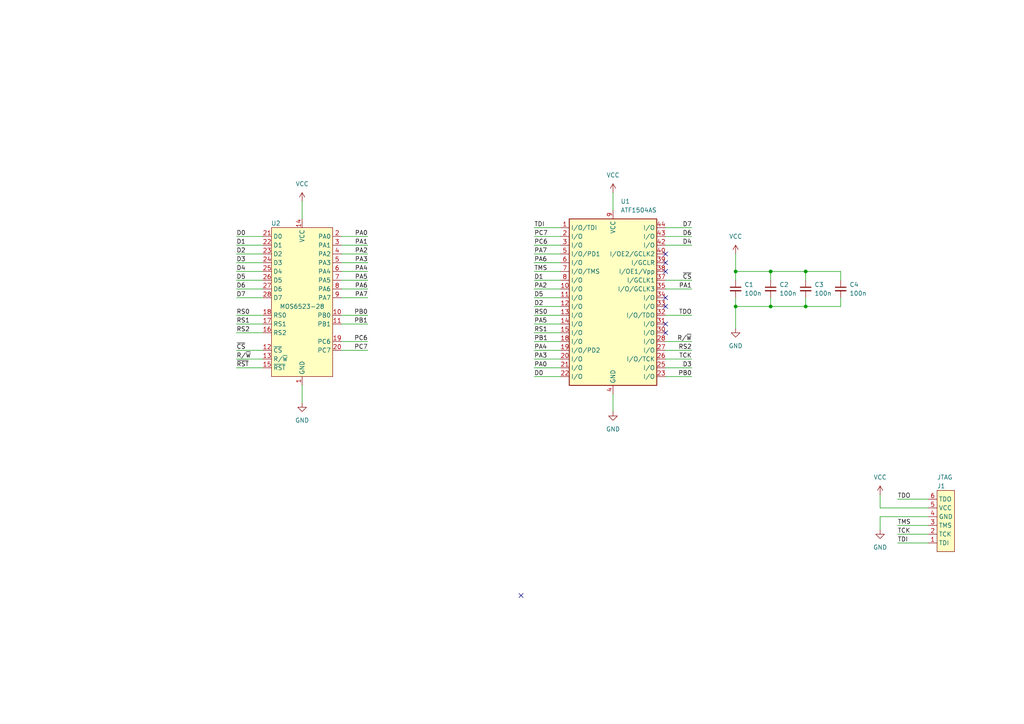
<source format=kicad_sch>
(kicad_sch (version 20231120) (generator "eeschema") (generator_version "8.0")
  (paper "A4")
  (title_block (title "MOS6523-28 Replacement \"Fake6523-28\"") (date "2025-02-20") (rev "4"))
  (lib_symbols
    (symbol "CPLD_Microchip:ATF1504AS-xAx44"
      (property "Reference" "U" (at -12.7 24.13 0))
      (property "Value" "ATF1504AS-xAx44" (at 12.7 24.13 0))
      (symbol "ATF1504AS-xAx44_0_1"
        (rectangle (start -12.7 22.86) (end 12.7 -25.4) (stroke (width 0.254)) (fill (type background)))
      )
      (symbol "ATF1504AS-xAx44_1_1"
        (pin bidirectional line (at -15.24 20.32 0) (length 2.54) (name "I/O/TDI") (number "1"))
        (pin bidirectional line (at -15.24 2.54 0) (length 2.54) (name "I/O") (number "10"))
        (pin bidirectional line (at -15.24 0 0) (length 2.54) (name "I/O") (number "11"))
        (pin bidirectional line (at -15.24 -2.54 0) (length 2.54) (name "I/O") (number "12"))
        (pin bidirectional line (at -15.24 -5.08 0) (length 2.54) (name "I/O") (number "13"))
        (pin bidirectional line (at -15.24 -7.62 0) (length 2.54) (name "I/O") (number "14"))
        (pin bidirectional line (at -15.24 -10.16 0) (length 2.54) (name "I/O") (number "15"))
        (pin passive line (at 0 -27.94 90) (length 2.54) hide (name "GND") (number "16"))
        (pin passive line (at 0 25.4 270) (length 2.54) hide (name "VCC") (number "17"))
        (pin bidirectional line (at -15.24 -12.7 0) (length 2.54) (name "I/O") (number "18"))
        (pin bidirectional line (at -15.24 -15.24 0) (length 2.54) (name "I/O/PD2") (number "19"))
        (pin bidirectional line (at -15.24 17.78 0) (length 2.54) (name "I/O") (number "2"))
        (pin bidirectional line (at -15.24 -17.78 0) (length 2.54) (name "I/O") (number "20"))
        (pin bidirectional line (at -15.24 -20.32 0) (length 2.54) (name "I/O") (number "21"))
        (pin bidirectional line (at -15.24 -22.86 0) (length 2.54) (name "I/O") (number "22"))
        (pin bidirectional line (at 15.24 -22.86 180) (length 2.54) (name "I/O") (number "23"))
        (pin passive line (at 0 -27.94 90) (length 2.54) hide (name "GND") (number "24"))
        (pin bidirectional line (at 15.24 -20.32 180) (length 2.54) (name "I/O") (number "25"))
        (pin bidirectional line (at 15.24 -17.78 180) (length 2.54) (name "I/O/TCK") (number "26"))
        (pin bidirectional line (at 15.24 -15.24 180) (length 2.54) (name "I/O") (number "27"))
        (pin bidirectional line (at 15.24 -12.7 180) (length 2.54) (name "I/O") (number "28"))
        (pin passive line (at 0 25.4 270) (length 2.54) hide (name "VCC") (number "29"))
        (pin bidirectional line (at -15.24 15.24 0) (length 2.54) (name "I/O") (number "3"))
        (pin bidirectional line (at 15.24 -10.16 180) (length 2.54) (name "I/O") (number "30"))
        (pin bidirectional line (at 15.24 -7.62 180) (length 2.54) (name "I/O") (number "31"))
        (pin bidirectional line (at 15.24 -5.08 180) (length 2.54) (name "I/O/TDO") (number "32"))
        (pin bidirectional line (at 15.24 -2.54 180) (length 2.54) (name "I/O") (number "33"))
        (pin bidirectional line (at 15.24 0 180) (length 2.54) (name "I/O") (number "34"))
        (pin bidirectional line (at 15.24 2.54 180) (length 2.54) (name "I/O/GCLK3") (number "35"))
        (pin passive line (at 0 -27.94 90) (length 2.54) hide (name "GND") (number "36"))
        (pin input line (at 15.24 5.08 180) (length 2.54) (name "I/GCLK1") (number "37"))
        (pin input line (at 15.24 7.62 180) (length 2.54) (name "I/OE1/Vpp") (number "38"))
        (pin input line (at 15.24 10.16 180) (length 2.54) (name "I/GCLR") (number "39"))
        (pin power_in line (at 0 -27.94 90) (length 2.54) (name "GND") (number "4"))
        (pin input line (at 15.24 12.7 180) (length 2.54) (name "I/OE2/GCLK2") (number "40"))
        (pin passive line (at 0 25.4 270) (length 2.54) hide (name "VCC") (number "41"))
        (pin bidirectional line (at 15.24 15.24 180) (length 2.54) (name "I/O") (number "42"))
        (pin bidirectional line (at 15.24 17.78 180) (length 2.54) (name "I/O") (number "43"))
        (pin bidirectional line (at 15.24 20.32 180) (length 2.54) (name "I/O") (number "44"))
        (pin bidirectional line (at -15.24 12.7 0) (length 2.54) (name "I/O/PD1") (number "5"))
        (pin bidirectional line (at -15.24 10.16 0) (length 2.54) (name "I/O") (number "6"))
        (pin bidirectional line (at -15.24 7.62 0) (length 2.54) (name "I/O/TMS") (number "7"))
        (pin bidirectional line (at -15.24 5.08 0) (length 2.54) (name "I/O") (number "8"))
        (pin power_in line (at 0 25.4 270) (length 2.54) (name "VCC") (number "9"))
      )
    )
    (symbol "Device:C_Small" (pin_numbers hide) (pin_names (offset 0.254) hide)
      (property "Reference" "C" (at 0.254 1.778 0))
      (property "Value" "C_Small" (at 0.254 -2.032 0))
      (symbol "C_Small_0_1"
        (polyline (pts (xy -1.524 -0.508) (xy 1.524 -0.508)) (stroke (width 0.3302)))
        (polyline (pts (xy -1.524 0.508) (xy 1.524 0.508)) (stroke (width 0.3048)))
      )
      (symbol "C_Small_1_1"
        (pin passive line (at 0 2.54 270) (length 2.032) (name "~") (number "1"))
        (pin passive line (at 0 -2.54 90) (length 2.032) (name "~") (number "2"))
      )
    )
    (symbol "JTAG_header:JTAG_Header"
      (property "Reference" "J" (at -2.54 3.81 0))
      (property "Value" "JTAG" (at -2.54 6.35 0))
      (symbol "JTAG_Header_1_1"
        (rectangle (start -2.54 2.54) (end 2.54 -15.24) (fill (type background)))
        (pin bidirectional line (at -5.08 0 0) (length 2.54) (name "TDI") (number "1"))
        (pin bidirectional line (at -5.08 -2.54 0) (length 2.54) (name "TCK") (number "2"))
        (pin bidirectional line (at -5.08 -5.08 0) (length 2.54) (name "TMS") (number "3"))
        (pin power_in line (at -5.08 -7.62 0) (length 2.54) (name "GND") (number "4"))
        (pin power_in line (at -5.08 -10.16 0) (length 2.54) (name "VCC") (number "5"))
        (pin bidirectional line (at -5.08 -12.7 0) (length 2.54) (name "TDO") (number "6"))
      )
    )
    (symbol "MOS6523:MOS6523-28"
      (property "Reference" "U" (at -7.62 22.86 0))
      (property "Value" "MOS6523-28" (at 7.62 -22.86 0))
      (symbol "MOS6523-28_1_1"
        (rectangle (start -8.89 21.59) (end 8.89 -21.59) (fill (type background)))
        (pin power_in line (at 0 -24.13 90) (length 2.54) (name "GND") (number "1"))
        (pin bidirectional line (at 11.43 -3.81 180) (length 2.54) (name "PB0") (number "10"))
        (pin bidirectional line (at 11.43 -6.35 180) (length 2.54) (name "PB1") (number "11"))
        (pin input line (at -11.43 -13.97 0) (length 2.54) (name "~{CS}") (number "12"))
        (pin input line (at -11.43 -16.51 0) (length 2.54) (name "R/~{W}") (number "13"))
        (pin power_in line (at 0 24.13 270) (length 2.54) (name "VCC") (number "14"))
        (pin input line (at -11.43 -19.05 0) (length 2.54) (name "~{RST}") (number "15"))
        (pin input line (at -11.43 -8.89 0) (length 2.54) (name "RS2") (number "16"))
        (pin input line (at -11.43 -6.35 0) (length 2.54) (name "RS1") (number "17"))
        (pin input line (at -11.43 -3.81 0) (length 2.54) (name "RS0") (number "18"))
        (pin bidirectional line (at 11.43 -11.43 180) (length 2.54) (name "PC6") (number "19"))
        (pin bidirectional line (at 11.43 19.05 180) (length 2.54) (name "PA0") (number "2"))
        (pin bidirectional line (at 11.43 -13.97 180) (length 2.54) (name "PC7") (number "20"))
        (pin bidirectional line (at -11.43 19.05 0) (length 2.54) (name "D0") (number "21"))
        (pin bidirectional line (at -11.43 16.51 0) (length 2.54) (name "D1") (number "22"))
        (pin bidirectional line (at -11.43 13.97 0) (length 2.54) (name "D2") (number "23"))
        (pin bidirectional line (at -11.43 11.43 0) (length 2.54) (name "D3") (number "24"))
        (pin bidirectional line (at -11.43 8.89 0) (length 2.54) (name "D4") (number "25"))
        (pin bidirectional line (at -11.43 6.35 0) (length 2.54) (name "D5") (number "26"))
        (pin bidirectional line (at -11.43 3.81 0) (length 2.54) (name "D6") (number "27"))
        (pin bidirectional line (at -11.43 1.27 0) (length 2.54) (name "D7") (number "28"))
        (pin bidirectional line (at 11.43 16.51 180) (length 2.54) (name "PA1") (number "3"))
        (pin bidirectional line (at 11.43 13.97 180) (length 2.54) (name "PA2") (number "4"))
        (pin bidirectional line (at 11.43 11.43 180) (length 2.54) (name "PA3") (number "5"))
        (pin bidirectional line (at 11.43 8.89 180) (length 2.54) (name "PA4") (number "6"))
        (pin bidirectional line (at 11.43 6.35 180) (length 2.54) (name "PA5") (number "7"))
        (pin bidirectional line (at 11.43 3.81 180) (length 2.54) (name "PA6") (number "8"))
        (pin bidirectional line (at 11.43 1.27 180) (length 2.54) (name "PA7") (number "9"))
      )
    )
    (symbol "power:GND" (power) (pin_names (offset 0))
      (property "Value" "GND" (at 0 -3.81 0))
      (symbol "GND_0_1"
        (polyline (pts (xy 0 0) (xy 0 -1.27) (xy 1.27 -1.27) (xy 0 -2.54) (xy -1.27 -1.27) (xy 0 -1.27)))
      )
      (symbol "GND_1_1"
        (pin power_in line (at 0 0 270) (length 0) hide (name "GND") (number "1"))
      )
    )
    (symbol "power:VCC" (power) (pin_names (offset 0))
      (property "Value" "VCC" (at 0 3.81 0))
      (symbol "VCC_0_1"
        (polyline (pts (xy -0.762 1.27) (xy 0 2.54)))
        (polyline (pts (xy 0 0) (xy 0 2.54)))
        (polyline (pts (xy 0 2.54) (xy 0.762 1.27)))
      )
      (symbol "VCC_1_1"
        (pin power_in line (at 0 0 90) (length 0) hide (name "VCC") (number "1"))
      )
    )
  )
  (junction (at 213.36 78.74))
  (junction (at 233.68 88.9))
  (junction (at 223.52 78.74))
  (junction (at 233.68 78.74))
  (junction (at 213.36 88.9))
  (junction (at 223.52 88.9))
  (no_connect (at 151.13 172.72))
  (no_connect (at 193.04 78.74))
  (no_connect (at 193.04 88.9))
  (no_connect (at 193.04 86.36))
  (no_connect (at 193.04 96.52))
  (no_connect (at 193.04 76.2))
  (no_connect (at 193.04 73.66))
  (no_connect (at 193.04 93.98))
  (wire (pts (xy 87.63 58.42) (xy 87.63 63.5)))
  (wire (pts (xy 200.66 71.12) (xy 193.04 71.12)))
  (wire (pts (xy 255.27 153.67) (xy 255.27 149.86)))
  (wire (pts (xy 223.52 86.36) (xy 223.52 88.9)))
  (wire (pts (xy 213.36 73.66) (xy 213.36 78.74)))
  (wire (pts (xy 68.58 91.44) (xy 76.2 91.44)))
  (wire (pts (xy 68.58 101.6) (xy 76.2 101.6)))
  (wire (pts (xy 68.58 83.82) (xy 76.2 83.82)))
  (wire (pts (xy 193.04 81.28) (xy 200.66 81.28)))
  (wire (pts (xy 162.56 91.44) (xy 154.94 91.44)))
  (wire (pts (xy 68.58 78.74) (xy 76.2 78.74)))
  (wire (pts (xy 154.94 88.9) (xy 162.56 88.9)))
  (wire (pts (xy 260.35 154.94) (xy 269.24 154.94)))
  (wire (pts (xy 200.66 68.58) (xy 193.04 68.58)))
  (wire (pts (xy 233.68 78.74) (xy 233.68 81.28)))
  (wire (pts (xy 154.94 76.2) (xy 162.56 76.2)))
  (wire (pts (xy 233.68 88.9) (xy 243.84 88.9)))
  (wire (pts (xy 99.06 78.74) (xy 106.68 78.74)))
  (wire (pts (xy 255.27 143.51) (xy 255.27 147.32)))
  (wire (pts (xy 68.58 68.58) (xy 76.2 68.58)))
  (wire (pts (xy 213.36 88.9) (xy 223.52 88.9)))
  (wire (pts (xy 68.58 76.2) (xy 76.2 76.2)))
  (wire (pts (xy 193.04 99.06) (xy 200.66 99.06)))
  (wire (pts (xy 87.63 111.76) (xy 87.63 116.84)))
  (wire (pts (xy 260.35 144.78) (xy 269.24 144.78)))
  (wire (pts (xy 154.94 68.58) (xy 162.56 68.58)))
  (wire (pts (xy 154.94 86.36) (xy 162.56 86.36)))
  (wire (pts (xy 154.94 81.28) (xy 162.56 81.28)))
  (wire (pts (xy 162.56 66.04) (xy 154.94 66.04)))
  (wire (pts (xy 223.52 88.9) (xy 233.68 88.9)))
  (wire (pts (xy 177.8 55.88) (xy 177.8 60.96)))
  (wire (pts (xy 223.52 78.74) (xy 233.68 78.74)))
  (wire (pts (xy 260.35 152.4) (xy 269.24 152.4)))
  (wire (pts (xy 162.56 96.52) (xy 154.94 96.52)))
  (wire (pts (xy 154.94 93.98) (xy 162.56 93.98)))
  (wire (pts (xy 243.84 78.74) (xy 243.84 81.28)))
  (wire (pts (xy 99.06 68.58) (xy 106.68 68.58)))
  (wire (pts (xy 200.66 83.82) (xy 193.04 83.82)))
  (wire (pts (xy 68.58 71.12) (xy 76.2 71.12)))
  (wire (pts (xy 154.94 109.22) (xy 162.56 109.22)))
  (wire (pts (xy 99.06 93.98) (xy 106.68 93.98)))
  (wire (pts (xy 223.52 78.74) (xy 223.52 81.28)))
  (wire (pts (xy 193.04 91.44) (xy 200.66 91.44)))
  (wire (pts (xy 193.04 104.14) (xy 200.66 104.14)))
  (wire (pts (xy 162.56 99.06) (xy 154.94 99.06)))
  (wire (pts (xy 243.84 88.9) (xy 243.84 86.36)))
  (wire (pts (xy 68.58 86.36) (xy 76.2 86.36)))
  (wire (pts (xy 68.58 81.28) (xy 76.2 81.28)))
  (wire (pts (xy 99.06 73.66) (xy 106.68 73.66)))
  (wire (pts (xy 260.35 157.48) (xy 269.24 157.48)))
  (wire (pts (xy 68.58 106.68) (xy 76.2 106.68)))
  (wire (pts (xy 200.66 66.04) (xy 193.04 66.04)))
  (wire (pts (xy 68.58 104.14) (xy 76.2 104.14)))
  (wire (pts (xy 99.06 83.82) (xy 106.68 83.82)))
  (wire (pts (xy 154.94 104.14) (xy 162.56 104.14)))
  (wire (pts (xy 213.36 86.36) (xy 213.36 88.9)))
  (wire (pts (xy 193.04 101.6) (xy 200.66 101.6)))
  (wire (pts (xy 99.06 86.36) (xy 106.68 86.36)))
  (wire (pts (xy 193.04 109.22) (xy 200.66 109.22)))
  (wire (pts (xy 99.06 99.06) (xy 106.68 99.06)))
  (wire (pts (xy 68.58 73.66) (xy 76.2 73.66)))
  (wire (pts (xy 213.36 88.9) (xy 213.36 95.25)))
  (wire (pts (xy 255.27 147.32) (xy 269.24 147.32)))
  (wire (pts (xy 200.66 106.68) (xy 193.04 106.68)))
  (wire (pts (xy 154.94 83.82) (xy 162.56 83.82)))
  (wire (pts (xy 99.06 91.44) (xy 106.68 91.44)))
  (wire (pts (xy 99.06 76.2) (xy 106.68 76.2)))
  (wire (pts (xy 68.58 96.52) (xy 76.2 96.52)))
  (wire (pts (xy 177.8 114.3) (xy 177.8 119.38)))
  (wire (pts (xy 233.68 78.74) (xy 243.84 78.74)))
  (wire (pts (xy 68.58 93.98) (xy 76.2 93.98)))
  (wire (pts (xy 233.68 86.36) (xy 233.68 88.9)))
  (wire (pts (xy 162.56 78.74) (xy 154.94 78.74)))
  (wire (pts (xy 99.06 101.6) (xy 106.68 101.6)))
  (wire (pts (xy 99.06 81.28) (xy 106.68 81.28)))
  (wire (pts (xy 213.36 78.74) (xy 223.52 78.74)))
  (wire (pts (xy 154.94 106.68) (xy 162.56 106.68)))
  (wire (pts (xy 213.36 81.28) (xy 213.36 78.74)))
  (wire (pts (xy 255.27 149.86) (xy 269.24 149.86)))
  (wire (pts (xy 154.94 101.6) (xy 162.56 101.6)))
  (wire (pts (xy 154.94 73.66) (xy 162.56 73.66)))
  (wire (pts (xy 99.06 71.12) (xy 106.68 71.12)))
  (wire (pts (xy 154.94 71.12) (xy 162.56 71.12)))
  (label "TMS" (at 260.35 152.4 0))
  (label "PA3" (at 106.68 76.2 180))
  (label "D7" (at 68.58 86.36 0))
  (label "PA1" (at 106.68 71.12 180))
  (label "D2" (at 68.58 73.66 0))
  (label "R{slash}~{W}" (at 200.66 99.06 180))
  (label "RS1" (at 154.94 96.52 0))
  (label "RS2" (at 200.66 101.6 180))
  (label "RS0" (at 154.94 91.44 0))
  (label "PB0" (at 106.68 91.44 180))
  (label "TDO" (at 200.66 91.44 180))
  (label "D5" (at 68.58 81.28 0))
  (label "D0" (at 68.58 68.58 0))
  (label "PB0" (at 200.66 109.22 180))
  (label "TDI" (at 154.94 66.04 0))
  (label "D0" (at 154.94 109.22 0))
  (label "PA6" (at 154.94 76.2 0))
  (label "PA2" (at 154.94 83.82 0))
  (label "RS0" (at 68.58 91.44 0))
  (label "PA1" (at 200.66 83.82 180))
  (label "PA4" (at 106.68 78.74 180))
  (label "PA4" (at 154.94 101.6 0))
  (label "D6" (at 68.58 83.82 0))
  (label "PA7" (at 106.68 86.36 180))
  (label "PA3" (at 154.94 104.14 0))
  (label "PB1" (at 106.68 93.98 180))
  (label "RS1" (at 68.58 93.98 0))
  (label "PC7" (at 154.94 68.58 0))
  (label "~{RST}" (at 68.58 106.68 0))
  (label "TCK" (at 200.66 104.14 180))
  (label "D1" (at 68.58 71.12 0))
  (label "PB1" (at 154.94 99.06 0))
  (label "PA2" (at 106.68 73.66 180))
  (label "PA7" (at 154.94 73.66 0))
  (label "D4" (at 68.58 78.74 0))
  (label "PC6" (at 154.94 71.12 0))
  (label "TCK" (at 260.35 154.94 0))
  (label "PA5" (at 106.68 81.28 180))
  (label "PA5" (at 154.94 93.98 0))
  (label "PA0" (at 154.94 106.68 0))
  (label "D7" (at 200.66 66.04 180))
  (label "D4" (at 200.66 71.12 180))
  (label "~{CS}" (at 200.66 81.28 180))
  (label "PC6" (at 106.68 99.06 180))
  (label "D3" (at 200.66 106.68 180))
  (label "D5" (at 154.94 86.36 0))
  (label "TMS" (at 154.94 78.74 0))
  (label "PA0" (at 106.68 68.58 180))
  (label "D2" (at 154.94 88.9 0))
  (label "D3" (at 68.58 76.2 0))
  (label "PC7" (at 106.68 101.6 180))
  (label "TDI" (at 260.35 157.48 0))
  (label "D1" (at 154.94 81.28 0))
  (label "D6" (at 200.66 68.58 180))
  (label "R{slash}~{W}" (at 68.58 104.14 0))
  (label "RS2" (at 68.58 96.52 0))
  (label "PA6" (at 106.68 83.82 180))
  (label "~{CS}" (at 68.58 101.6 0))
  (label "TDO" (at 260.35 144.78 0))
  (symbol (lib_id "power:GND") (at 87.63 116.84 0) (unit 1)
    (property "Reference" "#PWR04" (effects (hide yes)))
    (property "Value" "GND" (at 87.63 121.92 0))
  )
  (symbol (lib_id "JTAG_header:JTAG_Header") (at 274.32 157.48 0) (mirror x) (unit 1)
    (property "Reference" "J1" (at 271.78 140.97 0) (effects (justify left)))
    (property "Value" "JTAG" (at 271.78 138.43 0) (effects (justify left)))
    (property "Footprint" "Connector_PinHeader_2.54mm:PinHeader_2x03_P2.54mm_Vertical" (effects (hide yes)))
  )
  (symbol (lib_id "Device:C_Small") (at 223.52 83.82 0) (unit 1)
    (property "Reference" "C2" (at 226.06 82.5563 0) (effects (justify left)))
    (property "Value" "100n" (at 226.06 85.0963 0) (effects (justify left)))
    (property "Footprint" "Capacitor_SMD:C_0603_1608Metric_Pad1.08x0.95mm_HandSolder" (effects (hide yes)))
  )
  (symbol (lib_id "power:VCC") (at 177.8 55.88 0) (unit 1)
    (property "Reference" "#PWR07" (effects (hide yes)))
    (property "Value" "VCC" (at 177.8 50.8 0))
  )
  (symbol (lib_id "Device:C_Small") (at 213.36 83.82 0) (unit 1)
    (property "Reference" "C1" (at 215.9 82.5563 0) (effects (justify left)))
    (property "Value" "100n" (at 215.9 85.0963 0) (effects (justify left)))
    (property "Footprint" "Capacitor_SMD:C_0603_1608Metric_Pad1.08x0.95mm_HandSolder" (effects (hide yes)))
  )
  (symbol (lib_id "MOS6523:MOS6523-28") (at 87.63 87.63 0) (unit 1)
    (property "Reference" "U2" (at 80.01 64.77 0))
    (property "Value" "MOS6523-28" (at 87.63 88.9 0))
    (property "Footprint" "Per:DIP-28_W15.24mm_BottomHeadersFlat" (effects (hide yes)))
  )
  (symbol (lib_id "Device:C_Small") (at 243.84 83.82 0) (unit 1)
    (property "Reference" "C4" (at 246.38 82.5563 0) (effects (justify left)))
    (property "Value" "100n" (at 246.38 85.0963 0) (effects (justify left)))
    (property "Footprint" "Capacitor_SMD:C_0603_1608Metric_Pad1.08x0.95mm_HandSolder" (effects (hide yes)))
  )
  (symbol (lib_id "Device:C_Small") (at 233.68 83.82 0) (unit 1)
    (property "Reference" "C3" (at 236.22 82.5563 0) (effects (justify left)))
    (property "Value" "100n" (at 236.22 85.0963 0) (effects (justify left)))
    (property "Footprint" "Capacitor_SMD:C_0603_1608Metric_Pad1.08x0.95mm_HandSolder" (effects (hide yes)))
  )
  (symbol (lib_id "power:GND") (at 177.8 119.38 0) (unit 1)
    (property "Reference" "#PWR02" (effects (hide yes)))
    (property "Value" "GND" (at 177.8 124.46 0))
  )
  (symbol (lib_id "power:GND") (at 213.36 95.25 0) (unit 1)
    (property "Reference" "#PWR010" (effects (hide yes)))
    (property "Value" "GND" (at 213.36 100.33 0))
  )
  (symbol (lib_id "power:VCC") (at 255.27 143.51 0) (unit 1)
    (property "Reference" "#PWR06" (effects (hide yes)))
    (property "Value" "VCC" (at 255.27 138.43 0))
  )
  (symbol (lib_id "power:VCC") (at 87.63 58.42 0) (unit 1)
    (property "Reference" "#PWR03" (effects (hide yes)))
    (property "Value" "VCC" (at 87.63 53.34 0))
  )
  (symbol (lib_id "CPLD_Microchip:ATF1504AS-xAx44") (at 177.8 86.36 0) (unit 1)
    (property "Reference" "U1" (at 179.9941 58.42 0) (effects (justify left)))
    (property "Value" "ATF1504AS" (at 179.9941 60.96 0) (effects (justify left)))
    (property "Footprint" "Package_QFP:TQFP-44_10x10mm_P0.8mm" (effects (hide yes)))
    (property "Datasheet" "http://ww1.microchip.com/downloads/en/DeviceDoc/Atmel-0950-CPLD-ATF1504AS(L)-Datasheet.pdf" (effects (hide yes)))
    (property "Description" "Microchip CPLD, 64 Macrocell, 5 V, TQFP-44" (effects (hide yes)))
  )
  (symbol (lib_id "power:VCC") (at 213.36 73.66 0) (unit 1)
    (property "Reference" "#PWR01" (effects (hide yes)))
    (property "Value" "VCC" (at 213.36 68.58 0))
  )
  (symbol (lib_id "power:GND") (at 255.27 153.67 0) (unit 1)
    (property "Reference" "#PWR05" (effects (hide yes)))
    (property "Value" "GND" (at 255.27 158.75 0))
  )
)
</source>
